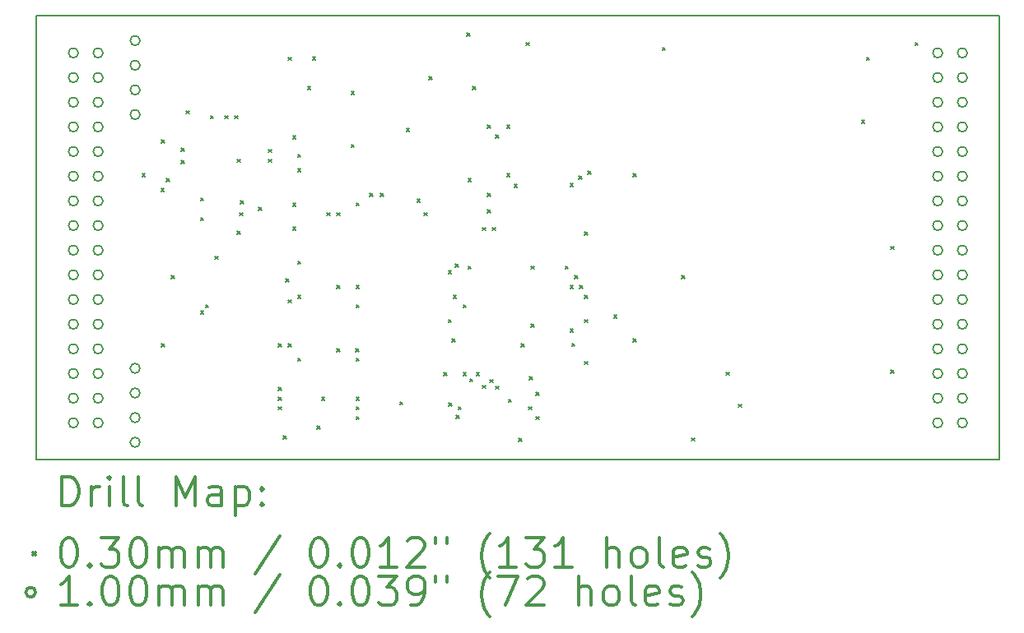
<source format=gbr>
%FSLAX45Y45*%
G04 Gerber Fmt 4.5, Leading zero omitted, Abs format (unit mm)*
G04 Created by KiCad (PCBNEW 4.0.7-e2-6376~58~ubuntu16.04.1) date Wed Dec  6 17:26:13 2017*
%MOMM*%
%LPD*%
G01*
G04 APERTURE LIST*
%ADD10C,0.127000*%
%ADD11C,0.150000*%
%ADD12C,0.200000*%
%ADD13C,0.300000*%
G04 APERTURE END LIST*
D10*
D11*
X10795000Y-13081000D02*
X10795000Y-8509000D01*
X20701000Y-13081000D02*
X10795000Y-13081000D01*
X20701000Y-8509000D02*
X10795000Y-8509000D01*
X20701000Y-13081000D02*
X20701000Y-8509000D01*
D12*
X11885000Y-10135000D02*
X11915000Y-10165000D01*
X11915000Y-10135000D02*
X11885000Y-10165000D01*
X12080000Y-10285000D02*
X12110000Y-10315000D01*
X12110000Y-10285000D02*
X12080000Y-10315000D01*
X12085000Y-9785000D02*
X12115000Y-9815000D01*
X12115000Y-9785000D02*
X12085000Y-9815000D01*
X12085000Y-11885000D02*
X12115000Y-11915000D01*
X12115000Y-11885000D02*
X12085000Y-11915000D01*
X12135000Y-10185000D02*
X12165000Y-10215000D01*
X12165000Y-10185000D02*
X12135000Y-10215000D01*
X12185000Y-11185000D02*
X12215000Y-11215000D01*
X12215000Y-11185000D02*
X12185000Y-11215000D01*
X12285000Y-9871500D02*
X12315000Y-9901500D01*
X12315000Y-9871500D02*
X12285000Y-9901500D01*
X12285000Y-9998500D02*
X12315000Y-10028500D01*
X12315000Y-9998500D02*
X12285000Y-10028500D01*
X12335000Y-9485000D02*
X12365000Y-9515000D01*
X12365000Y-9485000D02*
X12335000Y-9515000D01*
X12485000Y-11548245D02*
X12515000Y-11578245D01*
X12515000Y-11548245D02*
X12485000Y-11578245D01*
X12486378Y-10384510D02*
X12516378Y-10414510D01*
X12516378Y-10384510D02*
X12486378Y-10414510D01*
X12486848Y-10588315D02*
X12516848Y-10618315D01*
X12516848Y-10588315D02*
X12486848Y-10618315D01*
X12535000Y-11485000D02*
X12565000Y-11515000D01*
X12565000Y-11485000D02*
X12535000Y-11515000D01*
X12585122Y-9535178D02*
X12615122Y-9565178D01*
X12615122Y-9535178D02*
X12585122Y-9565178D01*
X12635068Y-10986271D02*
X12665068Y-11016271D01*
X12665068Y-10986271D02*
X12635068Y-11016271D01*
X12735072Y-9535100D02*
X12765072Y-9565100D01*
X12765072Y-9535100D02*
X12735072Y-9565100D01*
X12834919Y-9535614D02*
X12864919Y-9565614D01*
X12864919Y-9535614D02*
X12834919Y-9565614D01*
X12860310Y-9985000D02*
X12890310Y-10015000D01*
X12890310Y-9985000D02*
X12860310Y-10015000D01*
X12862419Y-10725241D02*
X12892419Y-10755241D01*
X12892419Y-10725241D02*
X12862419Y-10755241D01*
X12885044Y-10535065D02*
X12915044Y-10565065D01*
X12915044Y-10535065D02*
X12885044Y-10565065D01*
X12893822Y-10412153D02*
X12923822Y-10442153D01*
X12923822Y-10412153D02*
X12893822Y-10442153D01*
X13083404Y-10483224D02*
X13113404Y-10513224D01*
X13113404Y-10483224D02*
X13083404Y-10513224D01*
X13185000Y-9885000D02*
X13215000Y-9915000D01*
X13215000Y-9885000D02*
X13185000Y-9915000D01*
X13185000Y-9985000D02*
X13215000Y-10015000D01*
X13215000Y-9985000D02*
X13185000Y-10015000D01*
X13285000Y-12335000D02*
X13315000Y-12365000D01*
X13315000Y-12335000D02*
X13285000Y-12365000D01*
X13285000Y-12435000D02*
X13315000Y-12465000D01*
X13315000Y-12435000D02*
X13285000Y-12465000D01*
X13285000Y-12535000D02*
X13315000Y-12565000D01*
X13315000Y-12535000D02*
X13285000Y-12565000D01*
X13285457Y-11884508D02*
X13315457Y-11914508D01*
X13315457Y-11884508D02*
X13285457Y-11914508D01*
X13335000Y-12835000D02*
X13365000Y-12865000D01*
X13365000Y-12835000D02*
X13335000Y-12865000D01*
X13360439Y-11218426D02*
X13390439Y-11248426D01*
X13390439Y-11218426D02*
X13360439Y-11248426D01*
X13385000Y-8935000D02*
X13415000Y-8965000D01*
X13415000Y-8935000D02*
X13385000Y-8965000D01*
X13385000Y-11435000D02*
X13415000Y-11465000D01*
X13415000Y-11435000D02*
X13385000Y-11465000D01*
X13385012Y-11884992D02*
X13415012Y-11914992D01*
X13415012Y-11884992D02*
X13385012Y-11914992D01*
X13434986Y-10686298D02*
X13464986Y-10716298D01*
X13464986Y-10686298D02*
X13434986Y-10716298D01*
X13435001Y-10439115D02*
X13465001Y-10469115D01*
X13465001Y-10439115D02*
X13435001Y-10469115D01*
X13435092Y-9742403D02*
X13465092Y-9772403D01*
X13465092Y-9742403D02*
X13435092Y-9772403D01*
X13485000Y-9935000D02*
X13515000Y-9965000D01*
X13515000Y-9935000D02*
X13485000Y-9965000D01*
X13485000Y-10085000D02*
X13515000Y-10115000D01*
X13515000Y-10085000D02*
X13485000Y-10115000D01*
X13485000Y-11035000D02*
X13515000Y-11065000D01*
X13515000Y-11035000D02*
X13485000Y-11065000D01*
X13485000Y-11385000D02*
X13515000Y-11415000D01*
X13515000Y-11385000D02*
X13485000Y-11415000D01*
X13485061Y-12035065D02*
X13515061Y-12065065D01*
X13515061Y-12035065D02*
X13485061Y-12065065D01*
X13585000Y-9235000D02*
X13615000Y-9265000D01*
X13615000Y-9235000D02*
X13585000Y-9265000D01*
X13635670Y-8931879D02*
X13665670Y-8961879D01*
X13665670Y-8931879D02*
X13635670Y-8961879D01*
X13685000Y-12735000D02*
X13715000Y-12765000D01*
X13715000Y-12735000D02*
X13685000Y-12765000D01*
X13730188Y-12436236D02*
X13760188Y-12466236D01*
X13760188Y-12436236D02*
X13730188Y-12466236D01*
X13785000Y-10535000D02*
X13815000Y-10565000D01*
X13815000Y-10535000D02*
X13785000Y-10565000D01*
X13885000Y-10535000D02*
X13915000Y-10565000D01*
X13915000Y-10535000D02*
X13885000Y-10565000D01*
X13885000Y-11285000D02*
X13915000Y-11315000D01*
X13915000Y-11285000D02*
X13885000Y-11315000D01*
X13885016Y-11935029D02*
X13915016Y-11965029D01*
X13915016Y-11935029D02*
X13885016Y-11965029D01*
X14035000Y-9285000D02*
X14065000Y-9315000D01*
X14065000Y-9285000D02*
X14035000Y-9315000D01*
X14035000Y-9835000D02*
X14065000Y-9865000D01*
X14065000Y-9835000D02*
X14035000Y-9865000D01*
X14079998Y-11935080D02*
X14109998Y-11965080D01*
X14109998Y-11935080D02*
X14079998Y-11965080D01*
X14085000Y-10435000D02*
X14115000Y-10465000D01*
X14115000Y-10435000D02*
X14085000Y-10465000D01*
X14085000Y-11285000D02*
X14115000Y-11315000D01*
X14115000Y-11285000D02*
X14085000Y-11315000D01*
X14085000Y-11485000D02*
X14115000Y-11515000D01*
X14115000Y-11485000D02*
X14085000Y-11515000D01*
X14085000Y-12035000D02*
X14115000Y-12065000D01*
X14115000Y-12035000D02*
X14085000Y-12065000D01*
X14085000Y-12435000D02*
X14115000Y-12465000D01*
X14115000Y-12435000D02*
X14085000Y-12465000D01*
X14085000Y-12535000D02*
X14115000Y-12565000D01*
X14115000Y-12535000D02*
X14085000Y-12565000D01*
X14085000Y-12635000D02*
X14115000Y-12665000D01*
X14115000Y-12635000D02*
X14085000Y-12665000D01*
X14224108Y-10335000D02*
X14254108Y-10365000D01*
X14254108Y-10335000D02*
X14224108Y-10365000D01*
X14335000Y-10335000D02*
X14365000Y-10365000D01*
X14365000Y-10335000D02*
X14335000Y-10365000D01*
X14535000Y-12485000D02*
X14565000Y-12515000D01*
X14565000Y-12485000D02*
X14535000Y-12515000D01*
X14603000Y-9667000D02*
X14633000Y-9697000D01*
X14633000Y-9667000D02*
X14603000Y-9697000D01*
X14713061Y-10396671D02*
X14743061Y-10426671D01*
X14743061Y-10396671D02*
X14713061Y-10426671D01*
X14785015Y-10534965D02*
X14815015Y-10564965D01*
X14815015Y-10534965D02*
X14785015Y-10564965D01*
X14835435Y-9135000D02*
X14865435Y-9165000D01*
X14865435Y-9135000D02*
X14835435Y-9165000D01*
X14985000Y-12185000D02*
X15015000Y-12215000D01*
X15015000Y-12185000D02*
X14985000Y-12215000D01*
X15035000Y-11135000D02*
X15065000Y-11165000D01*
X15065000Y-11135000D02*
X15035000Y-11165000D01*
X15035000Y-11635000D02*
X15065000Y-11665000D01*
X15065000Y-11635000D02*
X15035000Y-11665000D01*
X15035973Y-12494985D02*
X15065973Y-12524985D01*
X15065973Y-12494985D02*
X15035973Y-12524985D01*
X15070000Y-11835000D02*
X15100000Y-11865000D01*
X15100000Y-11835000D02*
X15070000Y-11865000D01*
X15085000Y-11385000D02*
X15115000Y-11415000D01*
X15115000Y-11385000D02*
X15085000Y-11415000D01*
X15105000Y-11065000D02*
X15135000Y-11095000D01*
X15135000Y-11065000D02*
X15105000Y-11095000D01*
X15113765Y-12624321D02*
X15143765Y-12654321D01*
X15143765Y-12624321D02*
X15113765Y-12654321D01*
X15135000Y-12535000D02*
X15165000Y-12565000D01*
X15165000Y-12535000D02*
X15135000Y-12565000D01*
X15185000Y-11485000D02*
X15215000Y-11515000D01*
X15215000Y-11485000D02*
X15185000Y-11515000D01*
X15185000Y-12185000D02*
X15215000Y-12215000D01*
X15215000Y-12185000D02*
X15185000Y-12215000D01*
X15225338Y-8685578D02*
X15255338Y-8715578D01*
X15255338Y-8685578D02*
X15225338Y-8715578D01*
X15235000Y-11085000D02*
X15265000Y-11115000D01*
X15265000Y-11085000D02*
X15235000Y-11115000D01*
X15235169Y-10185404D02*
X15265169Y-10215404D01*
X15265169Y-10185404D02*
X15235169Y-10215404D01*
X15252144Y-12244385D02*
X15282144Y-12274385D01*
X15282144Y-12244385D02*
X15252144Y-12274385D01*
X15285000Y-9235000D02*
X15315000Y-9265000D01*
X15315000Y-9235000D02*
X15285000Y-9265000D01*
X15319999Y-12181073D02*
X15349999Y-12211073D01*
X15349999Y-12181073D02*
X15319999Y-12211073D01*
X15385128Y-12312583D02*
X15415128Y-12342583D01*
X15415128Y-12312583D02*
X15385128Y-12342583D01*
X15385372Y-10690098D02*
X15415372Y-10720098D01*
X15415372Y-10690098D02*
X15385372Y-10720098D01*
X15434463Y-10508333D02*
X15464463Y-10538333D01*
X15464463Y-10508333D02*
X15434463Y-10538333D01*
X15435000Y-9635000D02*
X15465000Y-9665000D01*
X15465000Y-9635000D02*
X15435000Y-9665000D01*
X15437587Y-10335535D02*
X15467587Y-10365535D01*
X15467587Y-10335535D02*
X15437587Y-10365535D01*
X15462709Y-12256160D02*
X15492709Y-12286160D01*
X15492709Y-12256160D02*
X15462709Y-12286160D01*
X15485200Y-10690098D02*
X15515200Y-10720098D01*
X15515200Y-10690098D02*
X15485200Y-10720098D01*
X15519131Y-12321987D02*
X15549131Y-12351987D01*
X15549131Y-12321987D02*
X15519131Y-12351987D01*
X15522311Y-9733742D02*
X15552311Y-9763742D01*
X15552311Y-9733742D02*
X15522311Y-9763742D01*
X15635000Y-9635000D02*
X15665000Y-9665000D01*
X15665000Y-9635000D02*
X15635000Y-9665000D01*
X15635010Y-10135034D02*
X15665010Y-10165034D01*
X15665010Y-10135034D02*
X15635010Y-10165034D01*
X15651626Y-12459497D02*
X15681626Y-12489497D01*
X15681626Y-12459497D02*
X15651626Y-12489497D01*
X15709289Y-10245000D02*
X15739289Y-10275000D01*
X15739289Y-10245000D02*
X15709289Y-10275000D01*
X15759695Y-12860611D02*
X15789695Y-12890611D01*
X15789695Y-12860611D02*
X15759695Y-12890611D01*
X15785000Y-11885000D02*
X15815000Y-11915000D01*
X15815000Y-11885000D02*
X15785000Y-11915000D01*
X15835000Y-8785000D02*
X15865000Y-8815000D01*
X15865000Y-8785000D02*
X15835000Y-8815000D01*
X15860000Y-12535000D02*
X15890000Y-12565000D01*
X15890000Y-12535000D02*
X15860000Y-12565000D01*
X15865628Y-12227372D02*
X15895628Y-12257372D01*
X15895628Y-12227372D02*
X15865628Y-12257372D01*
X15885000Y-11085000D02*
X15915000Y-11115000D01*
X15915000Y-11085000D02*
X15885000Y-11115000D01*
X15885000Y-11685000D02*
X15915000Y-11715000D01*
X15915000Y-11685000D02*
X15885000Y-11715000D01*
X15935000Y-12635000D02*
X15965000Y-12665000D01*
X15965000Y-12635000D02*
X15935000Y-12665000D01*
X15935146Y-12386353D02*
X15965146Y-12416353D01*
X15965146Y-12386353D02*
X15935146Y-12416353D01*
X16235018Y-11085045D02*
X16265018Y-11115045D01*
X16265018Y-11085045D02*
X16235018Y-11115045D01*
X16285020Y-10234998D02*
X16315020Y-10264998D01*
X16315020Y-10234998D02*
X16285020Y-10264998D01*
X16285036Y-11735056D02*
X16315036Y-11765056D01*
X16315036Y-11735056D02*
X16285036Y-11765056D01*
X16285038Y-11285001D02*
X16315038Y-11315001D01*
X16315038Y-11285001D02*
X16285038Y-11315001D01*
X16303000Y-11883000D02*
X16333000Y-11913000D01*
X16333000Y-11883000D02*
X16303000Y-11913000D01*
X16335047Y-11185004D02*
X16365047Y-11215004D01*
X16365047Y-11185004D02*
X16335047Y-11215004D01*
X16375257Y-10159760D02*
X16405257Y-10189760D01*
X16405257Y-10159760D02*
X16375257Y-10189760D01*
X16385080Y-11284917D02*
X16415080Y-11314917D01*
X16415080Y-11284917D02*
X16385080Y-11314917D01*
X16435000Y-11385000D02*
X16465000Y-11415000D01*
X16465000Y-11385000D02*
X16435000Y-11415000D01*
X16435000Y-11635000D02*
X16465000Y-11665000D01*
X16465000Y-11635000D02*
X16435000Y-11665000D01*
X16435000Y-12067000D02*
X16465000Y-12097000D01*
X16465000Y-12067000D02*
X16435000Y-12097000D01*
X16435498Y-10734360D02*
X16465498Y-10764360D01*
X16465498Y-10734360D02*
X16435498Y-10764360D01*
X16467613Y-10109384D02*
X16497613Y-10139384D01*
X16497613Y-10109384D02*
X16467613Y-10139384D01*
X16733439Y-11587837D02*
X16763439Y-11617837D01*
X16763439Y-11587837D02*
X16733439Y-11617837D01*
X16935000Y-11835000D02*
X16965000Y-11865000D01*
X16965000Y-11835000D02*
X16935000Y-11865000D01*
X16935557Y-10133781D02*
X16965557Y-10163781D01*
X16965557Y-10133781D02*
X16935557Y-10163781D01*
X17235000Y-8835000D02*
X17265000Y-8865000D01*
X17265000Y-8835000D02*
X17235000Y-8865000D01*
X17435870Y-11185514D02*
X17465870Y-11215514D01*
X17465870Y-11185514D02*
X17435870Y-11215514D01*
X17535000Y-12857143D02*
X17565000Y-12887143D01*
X17565000Y-12857143D02*
X17535000Y-12887143D01*
X17892000Y-12177000D02*
X17922000Y-12207000D01*
X17922000Y-12177000D02*
X17892000Y-12207000D01*
X18019000Y-12507200D02*
X18049000Y-12537200D01*
X18049000Y-12507200D02*
X18019000Y-12537200D01*
X19285000Y-9585000D02*
X19315000Y-9615000D01*
X19315000Y-9585000D02*
X19285000Y-9615000D01*
X19335083Y-8935013D02*
X19365083Y-8965013D01*
X19365083Y-8935013D02*
X19335083Y-8965013D01*
X19585000Y-12155836D02*
X19615000Y-12185836D01*
X19615000Y-12155836D02*
X19585000Y-12185836D01*
X19586356Y-10882521D02*
X19616356Y-10912521D01*
X19616356Y-10882521D02*
X19586356Y-10912521D01*
X19835000Y-8785000D02*
X19865000Y-8815000D01*
X19865000Y-8785000D02*
X19835000Y-8815000D01*
X11226000Y-8890000D02*
G75*
G03X11226000Y-8890000I-50000J0D01*
G01*
X11226000Y-9144000D02*
G75*
G03X11226000Y-9144000I-50000J0D01*
G01*
X11226000Y-9398000D02*
G75*
G03X11226000Y-9398000I-50000J0D01*
G01*
X11226000Y-9652000D02*
G75*
G03X11226000Y-9652000I-50000J0D01*
G01*
X11226000Y-9906000D02*
G75*
G03X11226000Y-9906000I-50000J0D01*
G01*
X11226000Y-10160000D02*
G75*
G03X11226000Y-10160000I-50000J0D01*
G01*
X11226000Y-10414000D02*
G75*
G03X11226000Y-10414000I-50000J0D01*
G01*
X11226000Y-10668000D02*
G75*
G03X11226000Y-10668000I-50000J0D01*
G01*
X11226000Y-10922000D02*
G75*
G03X11226000Y-10922000I-50000J0D01*
G01*
X11226000Y-11176000D02*
G75*
G03X11226000Y-11176000I-50000J0D01*
G01*
X11226000Y-11430000D02*
G75*
G03X11226000Y-11430000I-50000J0D01*
G01*
X11226000Y-11684000D02*
G75*
G03X11226000Y-11684000I-50000J0D01*
G01*
X11226000Y-11938000D02*
G75*
G03X11226000Y-11938000I-50000J0D01*
G01*
X11226000Y-12192000D02*
G75*
G03X11226000Y-12192000I-50000J0D01*
G01*
X11226000Y-12446000D02*
G75*
G03X11226000Y-12446000I-50000J0D01*
G01*
X11226000Y-12700000D02*
G75*
G03X11226000Y-12700000I-50000J0D01*
G01*
X11480000Y-8890000D02*
G75*
G03X11480000Y-8890000I-50000J0D01*
G01*
X11480000Y-9144000D02*
G75*
G03X11480000Y-9144000I-50000J0D01*
G01*
X11480000Y-9398000D02*
G75*
G03X11480000Y-9398000I-50000J0D01*
G01*
X11480000Y-9652000D02*
G75*
G03X11480000Y-9652000I-50000J0D01*
G01*
X11480000Y-9906000D02*
G75*
G03X11480000Y-9906000I-50000J0D01*
G01*
X11480000Y-10160000D02*
G75*
G03X11480000Y-10160000I-50000J0D01*
G01*
X11480000Y-10414000D02*
G75*
G03X11480000Y-10414000I-50000J0D01*
G01*
X11480000Y-10668000D02*
G75*
G03X11480000Y-10668000I-50000J0D01*
G01*
X11480000Y-10922000D02*
G75*
G03X11480000Y-10922000I-50000J0D01*
G01*
X11480000Y-11176000D02*
G75*
G03X11480000Y-11176000I-50000J0D01*
G01*
X11480000Y-11430000D02*
G75*
G03X11480000Y-11430000I-50000J0D01*
G01*
X11480000Y-11684000D02*
G75*
G03X11480000Y-11684000I-50000J0D01*
G01*
X11480000Y-11938000D02*
G75*
G03X11480000Y-11938000I-50000J0D01*
G01*
X11480000Y-12192000D02*
G75*
G03X11480000Y-12192000I-50000J0D01*
G01*
X11480000Y-12446000D02*
G75*
G03X11480000Y-12446000I-50000J0D01*
G01*
X11480000Y-12700000D02*
G75*
G03X11480000Y-12700000I-50000J0D01*
G01*
X11861000Y-8763000D02*
G75*
G03X11861000Y-8763000I-50000J0D01*
G01*
X11861000Y-9017000D02*
G75*
G03X11861000Y-9017000I-50000J0D01*
G01*
X11861000Y-9271000D02*
G75*
G03X11861000Y-9271000I-50000J0D01*
G01*
X11861000Y-9525000D02*
G75*
G03X11861000Y-9525000I-50000J0D01*
G01*
X11861000Y-12138000D02*
G75*
G03X11861000Y-12138000I-50000J0D01*
G01*
X11861000Y-12392000D02*
G75*
G03X11861000Y-12392000I-50000J0D01*
G01*
X11861000Y-12646000D02*
G75*
G03X11861000Y-12646000I-50000J0D01*
G01*
X11861000Y-12900000D02*
G75*
G03X11861000Y-12900000I-50000J0D01*
G01*
X20116000Y-8890000D02*
G75*
G03X20116000Y-8890000I-50000J0D01*
G01*
X20116000Y-9144000D02*
G75*
G03X20116000Y-9144000I-50000J0D01*
G01*
X20116000Y-9398000D02*
G75*
G03X20116000Y-9398000I-50000J0D01*
G01*
X20116000Y-9652000D02*
G75*
G03X20116000Y-9652000I-50000J0D01*
G01*
X20116000Y-9906000D02*
G75*
G03X20116000Y-9906000I-50000J0D01*
G01*
X20116000Y-10160000D02*
G75*
G03X20116000Y-10160000I-50000J0D01*
G01*
X20116000Y-10414000D02*
G75*
G03X20116000Y-10414000I-50000J0D01*
G01*
X20116000Y-10668000D02*
G75*
G03X20116000Y-10668000I-50000J0D01*
G01*
X20116000Y-10922000D02*
G75*
G03X20116000Y-10922000I-50000J0D01*
G01*
X20116000Y-11176000D02*
G75*
G03X20116000Y-11176000I-50000J0D01*
G01*
X20116000Y-11430000D02*
G75*
G03X20116000Y-11430000I-50000J0D01*
G01*
X20116000Y-11684000D02*
G75*
G03X20116000Y-11684000I-50000J0D01*
G01*
X20116000Y-11938000D02*
G75*
G03X20116000Y-11938000I-50000J0D01*
G01*
X20116000Y-12192000D02*
G75*
G03X20116000Y-12192000I-50000J0D01*
G01*
X20116000Y-12446000D02*
G75*
G03X20116000Y-12446000I-50000J0D01*
G01*
X20116000Y-12700000D02*
G75*
G03X20116000Y-12700000I-50000J0D01*
G01*
X20370000Y-8890000D02*
G75*
G03X20370000Y-8890000I-50000J0D01*
G01*
X20370000Y-9144000D02*
G75*
G03X20370000Y-9144000I-50000J0D01*
G01*
X20370000Y-9398000D02*
G75*
G03X20370000Y-9398000I-50000J0D01*
G01*
X20370000Y-9652000D02*
G75*
G03X20370000Y-9652000I-50000J0D01*
G01*
X20370000Y-9906000D02*
G75*
G03X20370000Y-9906000I-50000J0D01*
G01*
X20370000Y-10160000D02*
G75*
G03X20370000Y-10160000I-50000J0D01*
G01*
X20370000Y-10414000D02*
G75*
G03X20370000Y-10414000I-50000J0D01*
G01*
X20370000Y-10668000D02*
G75*
G03X20370000Y-10668000I-50000J0D01*
G01*
X20370000Y-10922000D02*
G75*
G03X20370000Y-10922000I-50000J0D01*
G01*
X20370000Y-11176000D02*
G75*
G03X20370000Y-11176000I-50000J0D01*
G01*
X20370000Y-11430000D02*
G75*
G03X20370000Y-11430000I-50000J0D01*
G01*
X20370000Y-11684000D02*
G75*
G03X20370000Y-11684000I-50000J0D01*
G01*
X20370000Y-11938000D02*
G75*
G03X20370000Y-11938000I-50000J0D01*
G01*
X20370000Y-12192000D02*
G75*
G03X20370000Y-12192000I-50000J0D01*
G01*
X20370000Y-12446000D02*
G75*
G03X20370000Y-12446000I-50000J0D01*
G01*
X20370000Y-12700000D02*
G75*
G03X20370000Y-12700000I-50000J0D01*
G01*
D13*
X11058929Y-13554214D02*
X11058929Y-13254214D01*
X11130357Y-13254214D01*
X11173214Y-13268500D01*
X11201786Y-13297071D01*
X11216071Y-13325643D01*
X11230357Y-13382786D01*
X11230357Y-13425643D01*
X11216071Y-13482786D01*
X11201786Y-13511357D01*
X11173214Y-13539929D01*
X11130357Y-13554214D01*
X11058929Y-13554214D01*
X11358928Y-13554214D02*
X11358928Y-13354214D01*
X11358928Y-13411357D02*
X11373214Y-13382786D01*
X11387500Y-13368500D01*
X11416071Y-13354214D01*
X11444643Y-13354214D01*
X11544643Y-13554214D02*
X11544643Y-13354214D01*
X11544643Y-13254214D02*
X11530357Y-13268500D01*
X11544643Y-13282786D01*
X11558928Y-13268500D01*
X11544643Y-13254214D01*
X11544643Y-13282786D01*
X11730357Y-13554214D02*
X11701786Y-13539929D01*
X11687500Y-13511357D01*
X11687500Y-13254214D01*
X11887500Y-13554214D02*
X11858928Y-13539929D01*
X11844643Y-13511357D01*
X11844643Y-13254214D01*
X12230357Y-13554214D02*
X12230357Y-13254214D01*
X12330357Y-13468500D01*
X12430357Y-13254214D01*
X12430357Y-13554214D01*
X12701786Y-13554214D02*
X12701786Y-13397071D01*
X12687500Y-13368500D01*
X12658928Y-13354214D01*
X12601786Y-13354214D01*
X12573214Y-13368500D01*
X12701786Y-13539929D02*
X12673214Y-13554214D01*
X12601786Y-13554214D01*
X12573214Y-13539929D01*
X12558928Y-13511357D01*
X12558928Y-13482786D01*
X12573214Y-13454214D01*
X12601786Y-13439929D01*
X12673214Y-13439929D01*
X12701786Y-13425643D01*
X12844643Y-13354214D02*
X12844643Y-13654214D01*
X12844643Y-13368500D02*
X12873214Y-13354214D01*
X12930357Y-13354214D01*
X12958928Y-13368500D01*
X12973214Y-13382786D01*
X12987500Y-13411357D01*
X12987500Y-13497071D01*
X12973214Y-13525643D01*
X12958928Y-13539929D01*
X12930357Y-13554214D01*
X12873214Y-13554214D01*
X12844643Y-13539929D01*
X13116071Y-13525643D02*
X13130357Y-13539929D01*
X13116071Y-13554214D01*
X13101786Y-13539929D01*
X13116071Y-13525643D01*
X13116071Y-13554214D01*
X13116071Y-13368500D02*
X13130357Y-13382786D01*
X13116071Y-13397071D01*
X13101786Y-13382786D01*
X13116071Y-13368500D01*
X13116071Y-13397071D01*
X10757500Y-14033500D02*
X10787500Y-14063500D01*
X10787500Y-14033500D02*
X10757500Y-14063500D01*
X11116071Y-13884214D02*
X11144643Y-13884214D01*
X11173214Y-13898500D01*
X11187500Y-13912786D01*
X11201786Y-13941357D01*
X11216071Y-13998500D01*
X11216071Y-14069929D01*
X11201786Y-14127071D01*
X11187500Y-14155643D01*
X11173214Y-14169929D01*
X11144643Y-14184214D01*
X11116071Y-14184214D01*
X11087500Y-14169929D01*
X11073214Y-14155643D01*
X11058929Y-14127071D01*
X11044643Y-14069929D01*
X11044643Y-13998500D01*
X11058929Y-13941357D01*
X11073214Y-13912786D01*
X11087500Y-13898500D01*
X11116071Y-13884214D01*
X11344643Y-14155643D02*
X11358928Y-14169929D01*
X11344643Y-14184214D01*
X11330357Y-14169929D01*
X11344643Y-14155643D01*
X11344643Y-14184214D01*
X11458928Y-13884214D02*
X11644643Y-13884214D01*
X11544643Y-13998500D01*
X11587500Y-13998500D01*
X11616071Y-14012786D01*
X11630357Y-14027071D01*
X11644643Y-14055643D01*
X11644643Y-14127071D01*
X11630357Y-14155643D01*
X11616071Y-14169929D01*
X11587500Y-14184214D01*
X11501786Y-14184214D01*
X11473214Y-14169929D01*
X11458928Y-14155643D01*
X11830357Y-13884214D02*
X11858928Y-13884214D01*
X11887500Y-13898500D01*
X11901786Y-13912786D01*
X11916071Y-13941357D01*
X11930357Y-13998500D01*
X11930357Y-14069929D01*
X11916071Y-14127071D01*
X11901786Y-14155643D01*
X11887500Y-14169929D01*
X11858928Y-14184214D01*
X11830357Y-14184214D01*
X11801786Y-14169929D01*
X11787500Y-14155643D01*
X11773214Y-14127071D01*
X11758928Y-14069929D01*
X11758928Y-13998500D01*
X11773214Y-13941357D01*
X11787500Y-13912786D01*
X11801786Y-13898500D01*
X11830357Y-13884214D01*
X12058928Y-14184214D02*
X12058928Y-13984214D01*
X12058928Y-14012786D02*
X12073214Y-13998500D01*
X12101786Y-13984214D01*
X12144643Y-13984214D01*
X12173214Y-13998500D01*
X12187500Y-14027071D01*
X12187500Y-14184214D01*
X12187500Y-14027071D02*
X12201786Y-13998500D01*
X12230357Y-13984214D01*
X12273214Y-13984214D01*
X12301786Y-13998500D01*
X12316071Y-14027071D01*
X12316071Y-14184214D01*
X12458928Y-14184214D02*
X12458928Y-13984214D01*
X12458928Y-14012786D02*
X12473214Y-13998500D01*
X12501786Y-13984214D01*
X12544643Y-13984214D01*
X12573214Y-13998500D01*
X12587500Y-14027071D01*
X12587500Y-14184214D01*
X12587500Y-14027071D02*
X12601786Y-13998500D01*
X12630357Y-13984214D01*
X12673214Y-13984214D01*
X12701786Y-13998500D01*
X12716071Y-14027071D01*
X12716071Y-14184214D01*
X13301786Y-13869929D02*
X13044643Y-14255643D01*
X13687500Y-13884214D02*
X13716071Y-13884214D01*
X13744643Y-13898500D01*
X13758928Y-13912786D01*
X13773214Y-13941357D01*
X13787500Y-13998500D01*
X13787500Y-14069929D01*
X13773214Y-14127071D01*
X13758928Y-14155643D01*
X13744643Y-14169929D01*
X13716071Y-14184214D01*
X13687500Y-14184214D01*
X13658928Y-14169929D01*
X13644643Y-14155643D01*
X13630357Y-14127071D01*
X13616071Y-14069929D01*
X13616071Y-13998500D01*
X13630357Y-13941357D01*
X13644643Y-13912786D01*
X13658928Y-13898500D01*
X13687500Y-13884214D01*
X13916071Y-14155643D02*
X13930357Y-14169929D01*
X13916071Y-14184214D01*
X13901786Y-14169929D01*
X13916071Y-14155643D01*
X13916071Y-14184214D01*
X14116071Y-13884214D02*
X14144643Y-13884214D01*
X14173214Y-13898500D01*
X14187500Y-13912786D01*
X14201785Y-13941357D01*
X14216071Y-13998500D01*
X14216071Y-14069929D01*
X14201785Y-14127071D01*
X14187500Y-14155643D01*
X14173214Y-14169929D01*
X14144643Y-14184214D01*
X14116071Y-14184214D01*
X14087500Y-14169929D01*
X14073214Y-14155643D01*
X14058928Y-14127071D01*
X14044643Y-14069929D01*
X14044643Y-13998500D01*
X14058928Y-13941357D01*
X14073214Y-13912786D01*
X14087500Y-13898500D01*
X14116071Y-13884214D01*
X14501785Y-14184214D02*
X14330357Y-14184214D01*
X14416071Y-14184214D02*
X14416071Y-13884214D01*
X14387500Y-13927071D01*
X14358928Y-13955643D01*
X14330357Y-13969929D01*
X14616071Y-13912786D02*
X14630357Y-13898500D01*
X14658928Y-13884214D01*
X14730357Y-13884214D01*
X14758928Y-13898500D01*
X14773214Y-13912786D01*
X14787500Y-13941357D01*
X14787500Y-13969929D01*
X14773214Y-14012786D01*
X14601785Y-14184214D01*
X14787500Y-14184214D01*
X14901786Y-13884214D02*
X14901786Y-13941357D01*
X15016071Y-13884214D02*
X15016071Y-13941357D01*
X15458928Y-14298500D02*
X15444643Y-14284214D01*
X15416071Y-14241357D01*
X15401785Y-14212786D01*
X15387500Y-14169929D01*
X15373214Y-14098500D01*
X15373214Y-14041357D01*
X15387500Y-13969929D01*
X15401785Y-13927071D01*
X15416071Y-13898500D01*
X15444643Y-13855643D01*
X15458928Y-13841357D01*
X15730357Y-14184214D02*
X15558928Y-14184214D01*
X15644643Y-14184214D02*
X15644643Y-13884214D01*
X15616071Y-13927071D01*
X15587500Y-13955643D01*
X15558928Y-13969929D01*
X15830357Y-13884214D02*
X16016071Y-13884214D01*
X15916071Y-13998500D01*
X15958928Y-13998500D01*
X15987500Y-14012786D01*
X16001785Y-14027071D01*
X16016071Y-14055643D01*
X16016071Y-14127071D01*
X16001785Y-14155643D01*
X15987500Y-14169929D01*
X15958928Y-14184214D01*
X15873214Y-14184214D01*
X15844643Y-14169929D01*
X15830357Y-14155643D01*
X16301785Y-14184214D02*
X16130357Y-14184214D01*
X16216071Y-14184214D02*
X16216071Y-13884214D01*
X16187500Y-13927071D01*
X16158928Y-13955643D01*
X16130357Y-13969929D01*
X16658928Y-14184214D02*
X16658928Y-13884214D01*
X16787500Y-14184214D02*
X16787500Y-14027071D01*
X16773214Y-13998500D01*
X16744643Y-13984214D01*
X16701785Y-13984214D01*
X16673214Y-13998500D01*
X16658928Y-14012786D01*
X16973214Y-14184214D02*
X16944643Y-14169929D01*
X16930357Y-14155643D01*
X16916071Y-14127071D01*
X16916071Y-14041357D01*
X16930357Y-14012786D01*
X16944643Y-13998500D01*
X16973214Y-13984214D01*
X17016071Y-13984214D01*
X17044643Y-13998500D01*
X17058928Y-14012786D01*
X17073214Y-14041357D01*
X17073214Y-14127071D01*
X17058928Y-14155643D01*
X17044643Y-14169929D01*
X17016071Y-14184214D01*
X16973214Y-14184214D01*
X17244643Y-14184214D02*
X17216071Y-14169929D01*
X17201786Y-14141357D01*
X17201786Y-13884214D01*
X17473214Y-14169929D02*
X17444643Y-14184214D01*
X17387500Y-14184214D01*
X17358929Y-14169929D01*
X17344643Y-14141357D01*
X17344643Y-14027071D01*
X17358929Y-13998500D01*
X17387500Y-13984214D01*
X17444643Y-13984214D01*
X17473214Y-13998500D01*
X17487500Y-14027071D01*
X17487500Y-14055643D01*
X17344643Y-14084214D01*
X17601786Y-14169929D02*
X17630357Y-14184214D01*
X17687500Y-14184214D01*
X17716071Y-14169929D01*
X17730357Y-14141357D01*
X17730357Y-14127071D01*
X17716071Y-14098500D01*
X17687500Y-14084214D01*
X17644643Y-14084214D01*
X17616071Y-14069929D01*
X17601786Y-14041357D01*
X17601786Y-14027071D01*
X17616071Y-13998500D01*
X17644643Y-13984214D01*
X17687500Y-13984214D01*
X17716071Y-13998500D01*
X17830357Y-14298500D02*
X17844643Y-14284214D01*
X17873214Y-14241357D01*
X17887500Y-14212786D01*
X17901786Y-14169929D01*
X17916071Y-14098500D01*
X17916071Y-14041357D01*
X17901786Y-13969929D01*
X17887500Y-13927071D01*
X17873214Y-13898500D01*
X17844643Y-13855643D01*
X17830357Y-13841357D01*
X10787500Y-14444500D02*
G75*
G03X10787500Y-14444500I-50000J0D01*
G01*
X11216071Y-14580214D02*
X11044643Y-14580214D01*
X11130357Y-14580214D02*
X11130357Y-14280214D01*
X11101786Y-14323071D01*
X11073214Y-14351643D01*
X11044643Y-14365929D01*
X11344643Y-14551643D02*
X11358928Y-14565929D01*
X11344643Y-14580214D01*
X11330357Y-14565929D01*
X11344643Y-14551643D01*
X11344643Y-14580214D01*
X11544643Y-14280214D02*
X11573214Y-14280214D01*
X11601786Y-14294500D01*
X11616071Y-14308786D01*
X11630357Y-14337357D01*
X11644643Y-14394500D01*
X11644643Y-14465929D01*
X11630357Y-14523071D01*
X11616071Y-14551643D01*
X11601786Y-14565929D01*
X11573214Y-14580214D01*
X11544643Y-14580214D01*
X11516071Y-14565929D01*
X11501786Y-14551643D01*
X11487500Y-14523071D01*
X11473214Y-14465929D01*
X11473214Y-14394500D01*
X11487500Y-14337357D01*
X11501786Y-14308786D01*
X11516071Y-14294500D01*
X11544643Y-14280214D01*
X11830357Y-14280214D02*
X11858928Y-14280214D01*
X11887500Y-14294500D01*
X11901786Y-14308786D01*
X11916071Y-14337357D01*
X11930357Y-14394500D01*
X11930357Y-14465929D01*
X11916071Y-14523071D01*
X11901786Y-14551643D01*
X11887500Y-14565929D01*
X11858928Y-14580214D01*
X11830357Y-14580214D01*
X11801786Y-14565929D01*
X11787500Y-14551643D01*
X11773214Y-14523071D01*
X11758928Y-14465929D01*
X11758928Y-14394500D01*
X11773214Y-14337357D01*
X11787500Y-14308786D01*
X11801786Y-14294500D01*
X11830357Y-14280214D01*
X12058928Y-14580214D02*
X12058928Y-14380214D01*
X12058928Y-14408786D02*
X12073214Y-14394500D01*
X12101786Y-14380214D01*
X12144643Y-14380214D01*
X12173214Y-14394500D01*
X12187500Y-14423071D01*
X12187500Y-14580214D01*
X12187500Y-14423071D02*
X12201786Y-14394500D01*
X12230357Y-14380214D01*
X12273214Y-14380214D01*
X12301786Y-14394500D01*
X12316071Y-14423071D01*
X12316071Y-14580214D01*
X12458928Y-14580214D02*
X12458928Y-14380214D01*
X12458928Y-14408786D02*
X12473214Y-14394500D01*
X12501786Y-14380214D01*
X12544643Y-14380214D01*
X12573214Y-14394500D01*
X12587500Y-14423071D01*
X12587500Y-14580214D01*
X12587500Y-14423071D02*
X12601786Y-14394500D01*
X12630357Y-14380214D01*
X12673214Y-14380214D01*
X12701786Y-14394500D01*
X12716071Y-14423071D01*
X12716071Y-14580214D01*
X13301786Y-14265929D02*
X13044643Y-14651643D01*
X13687500Y-14280214D02*
X13716071Y-14280214D01*
X13744643Y-14294500D01*
X13758928Y-14308786D01*
X13773214Y-14337357D01*
X13787500Y-14394500D01*
X13787500Y-14465929D01*
X13773214Y-14523071D01*
X13758928Y-14551643D01*
X13744643Y-14565929D01*
X13716071Y-14580214D01*
X13687500Y-14580214D01*
X13658928Y-14565929D01*
X13644643Y-14551643D01*
X13630357Y-14523071D01*
X13616071Y-14465929D01*
X13616071Y-14394500D01*
X13630357Y-14337357D01*
X13644643Y-14308786D01*
X13658928Y-14294500D01*
X13687500Y-14280214D01*
X13916071Y-14551643D02*
X13930357Y-14565929D01*
X13916071Y-14580214D01*
X13901786Y-14565929D01*
X13916071Y-14551643D01*
X13916071Y-14580214D01*
X14116071Y-14280214D02*
X14144643Y-14280214D01*
X14173214Y-14294500D01*
X14187500Y-14308786D01*
X14201785Y-14337357D01*
X14216071Y-14394500D01*
X14216071Y-14465929D01*
X14201785Y-14523071D01*
X14187500Y-14551643D01*
X14173214Y-14565929D01*
X14144643Y-14580214D01*
X14116071Y-14580214D01*
X14087500Y-14565929D01*
X14073214Y-14551643D01*
X14058928Y-14523071D01*
X14044643Y-14465929D01*
X14044643Y-14394500D01*
X14058928Y-14337357D01*
X14073214Y-14308786D01*
X14087500Y-14294500D01*
X14116071Y-14280214D01*
X14316071Y-14280214D02*
X14501785Y-14280214D01*
X14401785Y-14394500D01*
X14444643Y-14394500D01*
X14473214Y-14408786D01*
X14487500Y-14423071D01*
X14501785Y-14451643D01*
X14501785Y-14523071D01*
X14487500Y-14551643D01*
X14473214Y-14565929D01*
X14444643Y-14580214D01*
X14358928Y-14580214D01*
X14330357Y-14565929D01*
X14316071Y-14551643D01*
X14644643Y-14580214D02*
X14701785Y-14580214D01*
X14730357Y-14565929D01*
X14744643Y-14551643D01*
X14773214Y-14508786D01*
X14787500Y-14451643D01*
X14787500Y-14337357D01*
X14773214Y-14308786D01*
X14758928Y-14294500D01*
X14730357Y-14280214D01*
X14673214Y-14280214D01*
X14644643Y-14294500D01*
X14630357Y-14308786D01*
X14616071Y-14337357D01*
X14616071Y-14408786D01*
X14630357Y-14437357D01*
X14644643Y-14451643D01*
X14673214Y-14465929D01*
X14730357Y-14465929D01*
X14758928Y-14451643D01*
X14773214Y-14437357D01*
X14787500Y-14408786D01*
X14901786Y-14280214D02*
X14901786Y-14337357D01*
X15016071Y-14280214D02*
X15016071Y-14337357D01*
X15458928Y-14694500D02*
X15444643Y-14680214D01*
X15416071Y-14637357D01*
X15401785Y-14608786D01*
X15387500Y-14565929D01*
X15373214Y-14494500D01*
X15373214Y-14437357D01*
X15387500Y-14365929D01*
X15401785Y-14323071D01*
X15416071Y-14294500D01*
X15444643Y-14251643D01*
X15458928Y-14237357D01*
X15544643Y-14280214D02*
X15744643Y-14280214D01*
X15616071Y-14580214D01*
X15844643Y-14308786D02*
X15858928Y-14294500D01*
X15887500Y-14280214D01*
X15958928Y-14280214D01*
X15987500Y-14294500D01*
X16001785Y-14308786D01*
X16016071Y-14337357D01*
X16016071Y-14365929D01*
X16001785Y-14408786D01*
X15830357Y-14580214D01*
X16016071Y-14580214D01*
X16373214Y-14580214D02*
X16373214Y-14280214D01*
X16501785Y-14580214D02*
X16501785Y-14423071D01*
X16487500Y-14394500D01*
X16458928Y-14380214D01*
X16416071Y-14380214D01*
X16387500Y-14394500D01*
X16373214Y-14408786D01*
X16687500Y-14580214D02*
X16658928Y-14565929D01*
X16644643Y-14551643D01*
X16630357Y-14523071D01*
X16630357Y-14437357D01*
X16644643Y-14408786D01*
X16658928Y-14394500D01*
X16687500Y-14380214D01*
X16730357Y-14380214D01*
X16758928Y-14394500D01*
X16773214Y-14408786D01*
X16787500Y-14437357D01*
X16787500Y-14523071D01*
X16773214Y-14551643D01*
X16758928Y-14565929D01*
X16730357Y-14580214D01*
X16687500Y-14580214D01*
X16958928Y-14580214D02*
X16930357Y-14565929D01*
X16916071Y-14537357D01*
X16916071Y-14280214D01*
X17187500Y-14565929D02*
X17158929Y-14580214D01*
X17101786Y-14580214D01*
X17073214Y-14565929D01*
X17058929Y-14537357D01*
X17058929Y-14423071D01*
X17073214Y-14394500D01*
X17101786Y-14380214D01*
X17158929Y-14380214D01*
X17187500Y-14394500D01*
X17201786Y-14423071D01*
X17201786Y-14451643D01*
X17058929Y-14480214D01*
X17316071Y-14565929D02*
X17344643Y-14580214D01*
X17401786Y-14580214D01*
X17430357Y-14565929D01*
X17444643Y-14537357D01*
X17444643Y-14523071D01*
X17430357Y-14494500D01*
X17401786Y-14480214D01*
X17358929Y-14480214D01*
X17330357Y-14465929D01*
X17316071Y-14437357D01*
X17316071Y-14423071D01*
X17330357Y-14394500D01*
X17358929Y-14380214D01*
X17401786Y-14380214D01*
X17430357Y-14394500D01*
X17544643Y-14694500D02*
X17558929Y-14680214D01*
X17587500Y-14637357D01*
X17601786Y-14608786D01*
X17616071Y-14565929D01*
X17630357Y-14494500D01*
X17630357Y-14437357D01*
X17616071Y-14365929D01*
X17601786Y-14323071D01*
X17587500Y-14294500D01*
X17558929Y-14251643D01*
X17544643Y-14237357D01*
M02*

</source>
